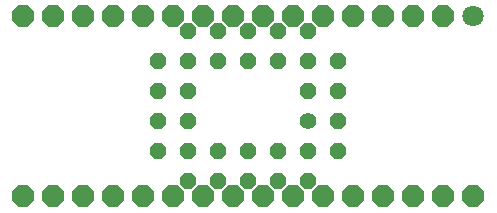
<source format=gbr>
G04 EAGLE Gerber RS-274X export*
G75*
%MOMM*%
%FSLAX34Y34*%
%LPD*%
%INSoldermask Top*%
%IPPOS*%
%AMOC8*
5,1,8,0,0,1.08239X$1,22.5*%
G01*
%ADD10C,1.803400*%
%ADD11P,1.951982X8X202.500000*%
%ADD12C,1.422400*%
%ADD13P,1.539592X8X292.500000*%


D10*
X393700Y165100D03*
D11*
X368300Y165100D03*
X342900Y165100D03*
X317500Y165100D03*
X292100Y165100D03*
X266700Y165100D03*
X241300Y165100D03*
X215900Y165100D03*
X190500Y165100D03*
X165100Y165100D03*
X139700Y165100D03*
X114300Y165100D03*
X88900Y165100D03*
X63500Y165100D03*
X38100Y165100D03*
X12700Y165100D03*
X12700Y12700D03*
X38100Y12700D03*
X63500Y12700D03*
X88900Y12700D03*
X114300Y12700D03*
X139700Y12700D03*
X165100Y12700D03*
X190500Y12700D03*
X215900Y12700D03*
X241300Y12700D03*
X266700Y12700D03*
X292100Y12700D03*
X317500Y12700D03*
X342900Y12700D03*
X368300Y12700D03*
X393700Y12700D03*
D12*
X254000Y76200D03*
D13*
X279400Y101600D03*
X254000Y101600D03*
X279400Y127000D03*
X254000Y152400D03*
X254000Y127000D03*
X228600Y152400D03*
X228600Y127000D03*
X203200Y152400D03*
X203200Y127000D03*
X177800Y152400D03*
X177800Y127000D03*
X152400Y152400D03*
X127000Y127000D03*
X152400Y127000D03*
X127000Y101600D03*
X152400Y101600D03*
X127000Y76200D03*
X152400Y76200D03*
X127000Y50800D03*
X152400Y25400D03*
X152400Y50800D03*
X177800Y25400D03*
X177800Y50800D03*
X203200Y25400D03*
X203200Y50800D03*
X228600Y25400D03*
X228600Y50800D03*
X254000Y25400D03*
X279400Y50800D03*
X254000Y50800D03*
X279400Y76200D03*
M02*

</source>
